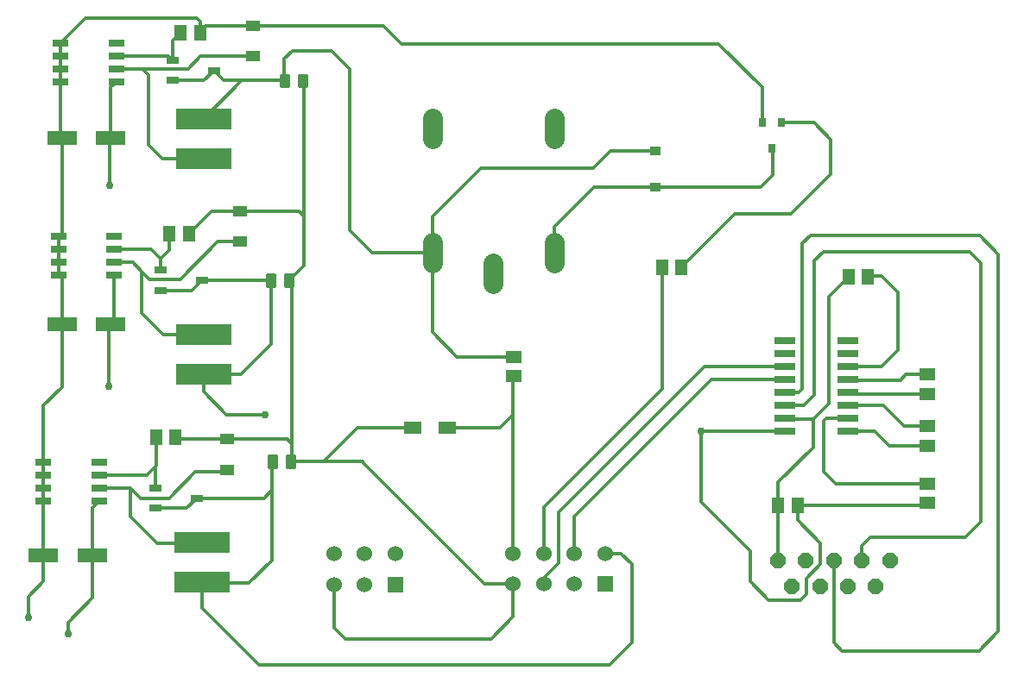
<source format=gbr>
G04 EAGLE Gerber RS-274X export*
G75*
%MOMM*%
%FSLAX34Y34*%
%LPD*%
%INTop Copper*%
%IPPOS*%
%AMOC8*
5,1,8,0,0,1.08239X$1,22.5*%
G01*
%ADD10R,2.032000X0.660400*%
%ADD11R,1.300000X1.500000*%
%ADD12R,1.500000X1.300000*%
%ADD13P,1.649562X8X202.500000*%
%ADD14C,1.530000*%
%ADD15R,1.530000X1.530000*%
%ADD16R,1.550000X0.700000*%
%ADD17R,1.370000X1.120000*%
%ADD18R,1.270000X0.635000*%
%ADD19C,0.254000*%
%ADD20R,3.000000X1.400000*%
%ADD21C,1.981200*%
%ADD22R,1.130000X0.920000*%
%ADD23R,0.650000X0.950000*%
%ADD24R,5.500000X2.150000*%
%ADD25R,1.800000X1.250000*%
%ADD26C,0.304800*%
%ADD27C,0.756400*%


D10*
X843734Y249550D03*
X782266Y249550D03*
X843734Y262250D03*
X843734Y274950D03*
X782266Y262250D03*
X782266Y274950D03*
X843734Y287650D03*
X782266Y287650D03*
X843734Y300350D03*
X782266Y300350D03*
X843734Y313050D03*
X843734Y325750D03*
X782266Y313050D03*
X782266Y325750D03*
X843734Y338450D03*
X782266Y338450D03*
D11*
X863500Y401000D03*
X844500Y401000D03*
D12*
X922000Y254500D03*
X922000Y235500D03*
X922000Y305500D03*
X922000Y286500D03*
D11*
X775500Y177000D03*
X794500Y177000D03*
D12*
X922000Y198500D03*
X922000Y179500D03*
D13*
X884864Y122700D03*
X857432Y122700D03*
X830000Y122700D03*
X802568Y122700D03*
X775136Y122700D03*
X871148Y97300D03*
X843716Y97300D03*
X816284Y97300D03*
X788852Y97300D03*
D14*
X575622Y99652D03*
X575622Y129652D03*
X545622Y99652D03*
X545622Y129652D03*
D15*
X605622Y99652D03*
D14*
X515622Y99652D03*
X605622Y129652D03*
X515622Y129652D03*
D15*
X400000Y99420D03*
D14*
X400000Y129420D03*
X370000Y99420D03*
X340000Y99420D03*
X370000Y129420D03*
X340000Y129420D03*
D12*
X516000Y322500D03*
X516000Y303500D03*
D16*
X126250Y592950D03*
X126250Y605650D03*
X126250Y618350D03*
X126250Y631050D03*
X71750Y631050D03*
X71750Y618350D03*
X71750Y605650D03*
X71750Y592950D03*
D17*
X260000Y618000D03*
X260000Y648000D03*
D18*
X222000Y604000D03*
X182000Y614000D03*
X182000Y594000D03*
D19*
X305080Y599715D02*
X312700Y599715D01*
X312700Y588285D01*
X305080Y588285D01*
X305080Y599715D01*
X305080Y590698D02*
X312700Y590698D01*
X312700Y593111D02*
X305080Y593111D01*
X305080Y595524D02*
X312700Y595524D01*
X312700Y597937D02*
X305080Y597937D01*
X294920Y599715D02*
X287300Y599715D01*
X294920Y599715D02*
X294920Y588285D01*
X287300Y588285D01*
X287300Y599715D01*
X287300Y590698D02*
X294920Y590698D01*
X294920Y593111D02*
X287300Y593111D01*
X287300Y595524D02*
X294920Y595524D01*
X294920Y597937D02*
X287300Y597937D01*
D16*
X124250Y402950D03*
X124250Y415650D03*
X124250Y428350D03*
X124250Y441050D03*
X69750Y441050D03*
X69750Y428350D03*
X69750Y415650D03*
X69750Y402950D03*
D17*
X248000Y436000D03*
X248000Y466000D03*
D18*
X210000Y398000D03*
X170000Y408000D03*
X170000Y388000D03*
D19*
X292080Y403715D02*
X299700Y403715D01*
X299700Y392285D01*
X292080Y392285D01*
X292080Y403715D01*
X292080Y394698D02*
X299700Y394698D01*
X299700Y397111D02*
X292080Y397111D01*
X292080Y399524D02*
X299700Y399524D01*
X299700Y401937D02*
X292080Y401937D01*
X281920Y403715D02*
X274300Y403715D01*
X281920Y403715D02*
X281920Y392285D01*
X274300Y392285D01*
X274300Y403715D01*
X274300Y394698D02*
X281920Y394698D01*
X281920Y397111D02*
X274300Y397111D01*
X274300Y399524D02*
X281920Y399524D01*
X281920Y401937D02*
X274300Y401937D01*
D16*
X109250Y180950D03*
X109250Y193650D03*
X109250Y206350D03*
X109250Y219050D03*
X54750Y219050D03*
X54750Y206350D03*
X54750Y193650D03*
X54750Y180950D03*
D17*
X235000Y212000D03*
X235000Y242000D03*
D18*
X205000Y184000D03*
X165000Y194000D03*
X165000Y174000D03*
D19*
X293080Y225715D02*
X300700Y225715D01*
X300700Y214285D01*
X293080Y214285D01*
X293080Y225715D01*
X293080Y216698D02*
X300700Y216698D01*
X300700Y219111D02*
X293080Y219111D01*
X293080Y221524D02*
X300700Y221524D01*
X300700Y223937D02*
X293080Y223937D01*
X282920Y225715D02*
X275300Y225715D01*
X282920Y225715D02*
X282920Y214285D01*
X275300Y214285D01*
X275300Y225715D01*
X275300Y216698D02*
X282920Y216698D01*
X282920Y219111D02*
X275300Y219111D01*
X275300Y221524D02*
X282920Y221524D01*
X282920Y223937D02*
X275300Y223937D01*
D20*
X73000Y538000D03*
X121000Y538000D03*
X73000Y355000D03*
X121000Y355000D03*
X55000Y128000D03*
X103000Y128000D03*
D11*
X208500Y641000D03*
X189500Y641000D03*
X197500Y444000D03*
X178500Y444000D03*
X184500Y244000D03*
X165500Y244000D03*
D21*
X496000Y394844D02*
X496000Y414656D01*
X555690Y415164D02*
X555690Y434976D01*
X436310Y434976D02*
X436310Y415164D01*
X436310Y537084D02*
X436310Y556896D01*
X555690Y556896D02*
X555690Y537084D01*
D22*
X655000Y524500D03*
X655000Y489500D03*
D23*
X759500Y552500D03*
X778500Y552500D03*
X769000Y527500D03*
D11*
X661500Y411000D03*
X680500Y411000D03*
D24*
X212000Y556311D03*
X212000Y517689D03*
X212000Y305689D03*
X212000Y344311D03*
X210000Y101689D03*
X210000Y140311D03*
D25*
X417000Y253000D03*
X451000Y253000D03*
D26*
X200000Y388000D02*
X170000Y388000D01*
X200000Y388000D02*
X210000Y398000D01*
D27*
X272000Y266000D03*
D26*
X234500Y266000D01*
X212000Y288500D01*
X212000Y305689D01*
X210000Y398000D02*
X278110Y398000D01*
X248689Y305689D02*
X212000Y305689D01*
X278110Y335110D02*
X278110Y398000D01*
X278110Y335110D02*
X248689Y305689D01*
X266000Y20000D02*
X610000Y20000D01*
X632000Y42000D02*
X632000Y119000D01*
X621348Y129652D01*
X605622Y129652D01*
X632000Y42000D02*
X610000Y20000D01*
X279110Y123110D02*
X279110Y192000D01*
X279110Y123110D02*
X256500Y100500D01*
X195000Y174000D02*
X165000Y174000D01*
X195000Y174000D02*
X205000Y184000D01*
X271110Y184000D01*
X279110Y192000D01*
X279110Y220000D01*
X210000Y101689D02*
X210000Y76000D01*
X266000Y20000D01*
X256500Y100500D02*
X211189Y100500D01*
X210000Y101689D01*
X515622Y266000D02*
X515622Y302000D01*
X515622Y266000D02*
X515622Y129652D01*
X515622Y302000D02*
X515622Y303122D01*
X516000Y303500D01*
X515622Y303122D02*
X515245Y303500D01*
D27*
X700000Y250000D03*
D26*
X781816Y250000D01*
X782266Y249550D01*
X917500Y175000D02*
X919500Y177000D01*
X794500Y177000D01*
X919500Y177000D02*
X922000Y179500D01*
X700000Y180000D02*
X700000Y250000D01*
X700000Y180000D02*
X748000Y132000D01*
X794500Y177000D02*
X795000Y176500D01*
X748000Y132000D02*
X748000Y102000D01*
X766000Y84000D01*
X797000Y84000D01*
X803000Y90000D01*
X794500Y162500D02*
X794500Y177000D01*
X803000Y105000D02*
X803000Y90000D01*
X803000Y105000D02*
X817000Y119000D01*
X817000Y140000D01*
X794500Y162500D01*
X515622Y302000D02*
X514622Y303000D01*
X515622Y266000D02*
X508311Y258689D01*
X506311Y256689D01*
X502622Y253000D01*
X451000Y253000D01*
X487348Y99652D02*
X515622Y99652D01*
X825000Y381500D02*
X844500Y401000D01*
X825000Y381500D02*
X825000Y277000D01*
X810000Y262000D01*
X782516Y262000D02*
X782266Y262250D01*
X782516Y262000D02*
X810000Y262000D01*
X810000Y234000D01*
X775500Y199500D02*
X775500Y180000D01*
X775500Y177000D01*
X775500Y199500D02*
X810000Y234000D01*
X775136Y179636D02*
X775136Y122700D01*
X775136Y179636D02*
X775500Y180000D01*
X298890Y237000D02*
X298890Y395000D01*
X298890Y237000D02*
X298890Y222000D01*
X296890Y220000D01*
X298890Y395000D02*
X295890Y398000D01*
X310000Y461000D02*
X310000Y592890D01*
X310000Y461000D02*
X310000Y412110D01*
X295890Y398000D01*
X310000Y592890D02*
X308890Y594000D01*
X388000Y648000D02*
X406000Y630000D01*
X759500Y587500D02*
X759500Y552500D01*
X717000Y630000D02*
X406000Y630000D01*
X717000Y630000D02*
X759500Y587500D01*
X388000Y648000D02*
X260000Y648000D01*
X213500Y648000D01*
X208500Y643000D01*
X208500Y641000D01*
X71750Y631050D02*
X71750Y618350D01*
X71750Y605650D01*
X71750Y592950D01*
X71750Y539250D01*
X73000Y538000D01*
X73000Y444300D01*
X69750Y441050D01*
X69750Y428350D01*
X69750Y415650D01*
X69750Y402950D01*
X73000Y399700D01*
X73000Y355000D01*
X197500Y444000D02*
X219500Y466000D01*
X248000Y466000D01*
X54750Y219050D02*
X54750Y206350D01*
X54750Y193650D01*
X54750Y180950D01*
X54750Y128250D01*
X55000Y128000D01*
D27*
X40000Y67000D03*
D26*
X40000Y87000D01*
X55000Y102000D02*
X55000Y128000D01*
X55000Y102000D02*
X40000Y87000D01*
X340000Y99420D02*
X340000Y57000D01*
X351000Y46000D01*
X494000Y46000D01*
X515622Y67622D02*
X515622Y99652D01*
X515622Y67622D02*
X494000Y46000D01*
X186500Y242000D02*
X184500Y244000D01*
X186500Y242000D02*
X235000Y242000D01*
X54750Y219050D02*
X54750Y274750D01*
X73000Y293000D02*
X73000Y355000D01*
X73000Y293000D02*
X54750Y274750D01*
X71750Y631050D02*
X96076Y655376D01*
X208500Y652000D02*
X208500Y641000D01*
X208500Y652000D02*
X205124Y655376D01*
X96076Y655376D01*
X248000Y466000D02*
X305000Y466000D01*
X310000Y461000D01*
X293890Y242000D02*
X235000Y242000D01*
X293890Y242000D02*
X298890Y237000D01*
X330000Y220000D02*
X367500Y220000D01*
X330000Y220000D02*
X296890Y220000D01*
X367500Y220000D02*
X367500Y219500D01*
X487348Y99652D01*
X417000Y253000D02*
X363000Y253000D01*
X330000Y220000D01*
X575622Y165622D02*
X575622Y129652D01*
X710350Y300350D02*
X782266Y300350D01*
X710350Y300350D02*
X575622Y165622D01*
X545622Y105622D02*
X545622Y99652D01*
X545622Y105622D02*
X560000Y120000D01*
X560000Y170000D01*
X703050Y313050D01*
X782266Y313050D01*
X884500Y235500D02*
X922000Y235500D01*
X884500Y235500D02*
X870000Y250000D01*
X844184Y250000D01*
X843734Y249550D01*
X844884Y286500D02*
X922000Y286500D01*
X844884Y286500D02*
X843734Y287650D01*
X898500Y254500D02*
X922000Y254500D01*
X878050Y274950D02*
X843734Y274950D01*
X878050Y274950D02*
X898500Y254500D01*
X900500Y305500D02*
X922000Y305500D01*
X900500Y305500D02*
X895000Y300000D01*
X844084Y300000D01*
X843734Y300350D01*
X843734Y262250D02*
X822250Y262250D01*
X820000Y260000D01*
X820000Y210000D01*
X831500Y198500D02*
X922000Y198500D01*
X831500Y198500D02*
X820000Y210000D01*
X843734Y313050D02*
X877050Y313050D01*
X893000Y329000D01*
X893000Y386000D01*
X877000Y402000D01*
X864500Y402000D01*
X863500Y401000D01*
X857432Y137432D02*
X857432Y122700D01*
X857432Y137432D02*
X866000Y146000D01*
X959000Y146000D01*
X974000Y161000D01*
X974000Y415000D01*
X963000Y426000D01*
X820000Y426000D01*
X811000Y417000D01*
X811000Y285000D01*
X800950Y274950D02*
X782266Y274950D01*
X800950Y274950D02*
X811000Y285000D01*
X795650Y287650D02*
X782266Y287650D01*
X795650Y287650D02*
X799000Y291000D01*
X799000Y434000D02*
X807000Y442000D01*
X973000Y442000D01*
X972000Y34000D02*
X838000Y34000D01*
X799000Y291000D02*
X799000Y434000D01*
X973000Y442000D02*
X991313Y423687D01*
X990894Y52894D02*
X990313Y52313D01*
X990894Y52894D02*
X991313Y53313D01*
X990313Y52313D02*
X972000Y34000D01*
X838000Y34000D02*
X830000Y42000D01*
X830000Y122700D01*
X991313Y53313D02*
X991313Y423687D01*
X121000Y538000D02*
X121000Y587700D01*
X126250Y592950D01*
D27*
X120000Y491000D03*
D26*
X120000Y537000D01*
X121000Y538000D01*
D27*
X79000Y51000D03*
D26*
X103000Y86000D02*
X103000Y128000D01*
X79000Y62000D02*
X79000Y51000D01*
X79000Y62000D02*
X103000Y86000D01*
X103000Y128000D02*
X103000Y174700D01*
X109250Y180950D01*
X121000Y355000D02*
X124250Y358250D01*
X124250Y402950D01*
D27*
X119000Y294000D03*
D26*
X119000Y353000D01*
X121000Y355000D01*
X545622Y175622D02*
X545622Y129652D01*
X661500Y291500D02*
X661500Y411000D01*
X661500Y291500D02*
X545622Y175622D01*
X152000Y605650D02*
X126250Y605650D01*
X152000Y605650D02*
X196650Y605650D01*
X209000Y618000D02*
X260000Y618000D01*
X209000Y618000D02*
X196650Y605650D01*
X158000Y599650D02*
X152000Y605650D01*
X158000Y573000D02*
X158000Y571000D01*
X158000Y573000D02*
X158000Y599650D01*
X158000Y571000D02*
X158000Y531000D01*
X171311Y517689D02*
X212000Y517689D01*
X171311Y517689D02*
X158000Y531000D01*
X182000Y594000D02*
X212000Y594000D01*
X222000Y604000D01*
X232000Y594000D01*
X291110Y615110D02*
X299000Y623000D01*
X337000Y623000D01*
X355000Y605000D02*
X355000Y447000D01*
X355000Y605000D02*
X337000Y623000D01*
X436310Y460310D02*
X436310Y425070D01*
X610500Y524500D02*
X655000Y524500D01*
X484000Y508000D02*
X436310Y460310D01*
X484000Y508000D02*
X594000Y508000D01*
X610500Y524500D01*
X516000Y322500D02*
X460500Y322500D01*
X436310Y346690D01*
X436310Y425070D01*
X376930Y425070D02*
X355000Y447000D01*
X376930Y425070D02*
X436310Y425070D01*
X249689Y594000D02*
X212000Y556311D01*
X249689Y594000D02*
X291110Y594000D01*
X249689Y594000D02*
X232000Y594000D01*
X291110Y594000D02*
X291110Y615110D01*
X177650Y618350D02*
X126250Y618350D01*
X177650Y618350D02*
X182000Y614000D01*
X182000Y633500D01*
X189500Y641000D01*
X142350Y415650D02*
X124250Y415650D01*
X142350Y415650D02*
X151500Y406500D01*
X159000Y399000D01*
X226000Y436000D02*
X248000Y436000D01*
X189000Y399000D02*
X159000Y399000D01*
X189000Y399000D02*
X226000Y436000D01*
X151500Y406500D02*
X151500Y365500D01*
X172689Y344311D02*
X212000Y344311D01*
X172689Y344311D02*
X151500Y365500D01*
X170000Y408000D02*
X170000Y419000D01*
X160650Y428350D02*
X124250Y428350D01*
X160650Y428350D02*
X170000Y419000D01*
X178500Y427500D02*
X178500Y444000D01*
X178500Y427500D02*
X170000Y419000D01*
X235000Y212000D02*
X235000Y210000D01*
X140350Y193650D02*
X109250Y193650D01*
X204000Y210000D02*
X235000Y210000D01*
X150000Y184000D02*
X140350Y193650D01*
X150000Y184000D02*
X178000Y184000D01*
X204000Y210000D01*
X140000Y166000D02*
X166500Y139500D01*
X140000Y166000D02*
X140000Y193300D01*
X140350Y193650D01*
X166500Y139500D02*
X209189Y139500D01*
X210000Y140311D01*
X165000Y194000D02*
X165000Y215000D01*
X156350Y206350D02*
X109250Y206350D01*
X156350Y206350D02*
X165000Y215000D01*
X165500Y215500D01*
X165500Y244000D01*
X680500Y411000D02*
X732500Y463000D01*
X827000Y502000D02*
X827000Y536000D01*
X810500Y552500D01*
X778500Y552500D01*
X788000Y463000D02*
X732500Y463000D01*
X788000Y463000D02*
X827000Y502000D01*
X555690Y450690D02*
X555690Y425070D01*
X594500Y489500D02*
X655000Y489500D01*
X594500Y489500D02*
X555690Y450690D01*
X655000Y489500D02*
X758500Y489500D01*
X770000Y501000D01*
X770000Y526500D01*
X769000Y527500D01*
M02*

</source>
